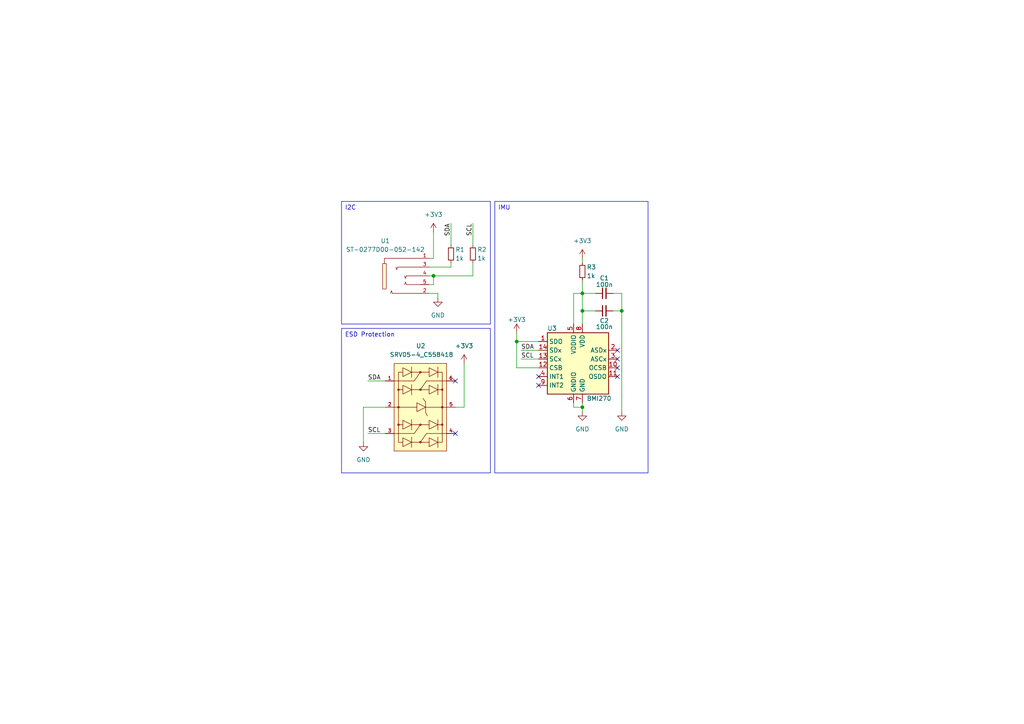
<source format=kicad_sch>
(kicad_sch (version 20230121) (generator eeschema)
  (paper "A4")
  (lib_symbols
    (symbol "CosmicLSM_Symbols:BMI270"
      (property "Reference" "U" (at -10.16 8.89 0))
      (property "Value" "BMI270" (at 7.62 8.89 0))
      (symbol "BMI270_1_1"
        (rectangle (start -10.16 7.62) (end 7.62 -10.16) (stroke (width 0.254)) (fill (type background)))
        (pin input line (at -12.7 5.08 0) (length 2.54) (name "SDO") (number "1"))
        (pin bidirectional line (at 10.16 -2.54 180) (length 2.54) (name "OCSB") (number "10"))
        (pin bidirectional line (at 10.16 -5.08 180) (length 2.54) (name "OSDO") (number "11"))
        (pin input line (at -12.7 -2.54 0) (length 2.54) (name "CSB") (number "12"))
        (pin input line (at -12.7 0 0) (length 2.54) (name "SCx") (number "13"))
        (pin bidirectional line (at -12.7 2.54 0) (length 2.54) (name "SDx") (number "14"))
        (pin bidirectional line (at 10.16 2.54 180) (length 2.54) (name "ASDx") (number "2"))
        (pin output line (at 10.16 0 180) (length 2.54) (name "ASCx") (number "3"))
        (pin bidirectional line (at -12.7 -5.08 0) (length 2.54) (name "INT1") (number "4"))
        (pin power_in line (at -2.54 10.16 270) (length 2.54) (name "VDDIO") (number "5"))
        (pin power_in line (at -2.54 -12.7 90) (length 2.54) (name "GNDIO") (number "6"))
        (pin power_in line (at 0 -12.7 90) (length 2.54) (name "GND") (number "7"))
        (pin power_in line (at 0 10.16 270) (length 2.54) (name "VDD") (number "8"))
        (pin bidirectional line (at -12.7 -7.62 0) (length 2.54) (name "INT2") (number "9"))
      )
    )
    (symbol "CosmicLSM_Symbols:C_Small" (pin_numbers hide) (pin_names (offset 0.254) hide)
      (property "Reference" "C" (at 0.254 1.778 0))
      (property "Value" "C_Small" (at 0.254 -2.032 0))
      (symbol "C_Small_0_1"
        (polyline (pts (xy -1.524 -0.508) (xy 1.524 -0.508)) (stroke (width 0.3302)))
        (polyline (pts (xy -1.524 0.508) (xy 1.524 0.508)) (stroke (width 0.3048)))
      )
      (symbol "C_Small_1_1"
        (pin passive line (at 0 2.54 270) (length 2.032) (name "~") (number "1"))
        (pin passive line (at 0 -2.54 90) (length 2.032) (name "~") (number "2"))
      )
    )
    (symbol "CosmicLSM_Symbols:R_Small" (pin_numbers hide) (pin_names (offset 0.254) hide)
      (property "Reference" "R" (at 0.762 0.508 0))
      (property "Value" "R_Small" (at 0.762 -1.016 0))
      (symbol "R_Small_0_1"
        (rectangle (start -0.762 1.778) (end 0.762 -1.778) (stroke (width 0.2032)))
      )
      (symbol "R_Small_1_1"
        (pin passive line (at 0 2.54 270) (length 0.762) (name "~") (number "1"))
        (pin passive line (at 0 -2.54 90) (length 0.762) (name "~") (number "2"))
      )
    )
    (symbol "SRV05-4_C558418:SRV05-4_C558418" (pin_names hide)
      (property "Reference" "U" (at 0 1.27 0))
      (property "Value" "SRV05-4_C558418" (at 0 -2.54 0))
      (symbol "SRV05-4_C558418_0_1"
        (rectangle (start -12.7 7.62) (end 12.7 -7.62) (fill (type background)))
        (circle (center -10.16 0) (radius 0.254) (fill (type background)))
        (circle (center -5.08 -6.35) (radius 0.254) (fill (type background)))
        (circle (center -5.08 0) (radius 0.254) (fill (type background)))
        (circle (center -5.08 6.35) (radius 0.254) (fill (type background)))
        (circle (center 0 -6.35) (radius 0.254) (fill (type background)))
        (polyline (pts (xy -11.684 -2.54) (xy -8.636 -2.54)))
        (polyline (pts (xy -11.684 5.08) (xy -8.636 5.08)))
        (polyline (pts (xy -10.16 2.54) (xy -10.16 -2.54)))
        (polyline (pts (xy -6.604 -2.54) (xy -3.556 -2.54)))
        (polyline (pts (xy -6.604 5.08) (xy -3.556 5.08)))
        (polyline (pts (xy -5.08 -5.08) (xy -5.08 -6.35)))
        (polyline (pts (xy -5.08 2.54) (xy -5.08 -2.54)))
        (polyline (pts (xy -5.08 5.08) (xy -5.08 6.35)))
        (polyline (pts (xy 0 -6.35) (xy 0 -7.62)))
        (polyline (pts (xy 0 -1.016) (xy 0 -6.35)))
        (polyline (pts (xy 0 1.524) (xy 0 6.35)))
        (polyline (pts (xy 0 7.62) (xy 0 6.35)))
        (polyline (pts (xy 3.556 -2.54) (xy 6.604 -2.54)))
        (polyline (pts (xy 3.556 5.08) (xy 6.604 5.08)))
        (polyline (pts (xy 5.08 -5.08) (xy 5.08 -6.35)))
        (polyline (pts (xy 5.08 2.54) (xy 5.08 -2.54)))
        (polyline (pts (xy 5.08 5.08) (xy 5.08 6.35)))
        (polyline (pts (xy 8.636 -2.54) (xy 11.684 -2.54)))
        (polyline (pts (xy 8.636 5.08) (xy 11.684 5.08)))
        (polyline (pts (xy 10.16 2.54) (xy 10.16 -2.54)))
        (polyline (pts (xy -10.16 0) (xy -7.62 -1.778) (xy -7.62 -7.62)))
        (polyline (pts (xy -5.08 0) (xy -7.62 1.778) (xy -7.62 7.62)))
        (polyline (pts (xy 5.08 0) (xy 7.62 -1.778) (xy 7.62 -7.62)))
        (polyline (pts (xy 10.16 0) (xy 7.62 1.778) (xy 7.62 7.62)))
        (polyline (pts (xy -11.43 -5.08) (xy -10.16 -2.54) (xy -8.89 -5.08) (xy -11.43 -5.08)) (fill (type background)))
        (polyline (pts (xy -11.43 2.54) (xy -10.16 5.08) (xy -8.89 2.54) (xy -11.43 2.54)) (fill (type background)))
        (polyline (pts (xy -10.16 5.08) (xy -10.16 6.35) (xy 10.16 6.35) (xy 10.16 5.08)))
        (polyline (pts (xy -6.35 -5.08) (xy -5.08 -2.54) (xy -3.81 -5.08) (xy -6.35 -5.08)) (fill (type background)))
        (polyline (pts (xy -6.35 2.54) (xy -5.08 5.08) (xy -3.81 2.54) (xy -6.35 2.54)) (fill (type background)))
        (polyline (pts (xy -2.54 0.762) (xy -1.524 1.524) (xy 1.524 1.524) (xy 2.54 2.032)))
        (polyline (pts (xy -1.27 -1.016) (xy 0 1.524) (xy 1.27 -1.016) (xy -1.27 -1.016)) (fill (type background)))
        (polyline (pts (xy 3.81 -5.08) (xy 5.08 -2.54) (xy 6.35 -5.08) (xy 3.81 -5.08)) (fill (type background)))
        (polyline (pts (xy 3.81 2.54) (xy 5.08 5.08) (xy 6.35 2.54) (xy 3.81 2.54)) (fill (type background)))
        (polyline (pts (xy 8.89 -5.08) (xy 10.16 -2.54) (xy 11.43 -5.08) (xy 8.89 -5.08)) (fill (type background)))
        (polyline (pts (xy 8.89 2.54) (xy 10.16 5.08) (xy 11.43 2.54) (xy 8.89 2.54)) (fill (type background)))
        (polyline (pts (xy 10.16 -5.08) (xy 10.16 -6.35) (xy -10.16 -6.35) (xy -10.16 -5.08)))
        (circle (center 0 6.35) (radius 0.254) (fill (type background)))
        (circle (center 5.08 -6.35) (radius 0.254) (fill (type background)))
        (circle (center 5.08 0) (radius 0.254) (fill (type background)))
        (circle (center 5.08 6.35) (radius 0.254) (fill (type background)))
        (circle (center 10.16 0) (radius 0.254) (fill (type background)))
        (pin unspecified line (at -7.62 -10.16 90) (length 2.54) (name "1") (number "1"))
        (pin unspecified line (at 0 -10.16 90) (length 2.54) (name "2") (number "2"))
        (pin unspecified line (at 7.62 -10.16 90) (length 2.54) (name "3") (number "3"))
        (pin unspecified line (at 7.62 10.16 270) (length 2.54) (name "4") (number "4"))
        (pin unspecified line (at 0 10.16 270) (length 2.54) (name "5") (number "5"))
        (pin unspecified line (at -7.62 10.16 270) (length 2.54) (name "6") (number "6"))
      )
    )
    (symbol "ST-0277D00-052-142:ST-0277D00-052-142" (pin_names hide)
      (property "Reference" "U" (at 0 1.27 0))
      (property "Value" "ST-0277D00-052-142" (at 0 -2.54 0))
      (symbol "ST-0277D00-052-142_0_1"
        (rectangle (start -5.842 3.556) (end -4.826 -3.81) (fill (type background)))
        (polyline (pts (xy 5.08 -5.08) (xy -3.048 -5.08) (xy -3.302 -4.318) (xy -3.556 -5.08)))
        (polyline (pts (xy 5.08 0) (xy 1.016 0) (xy 0.762 -0.762) (xy 0.508 0)))
        (polyline (pts (xy 5.08 2.54) (xy -1.524 2.54) (xy -1.778 1.778) (xy -2.032 2.54)))
        (polyline (pts (xy 5.08 5.08) (xy -5.08 5.08) (xy -5.334 5.08) (xy -5.334 3.556)))
        (polyline (pts (xy 7.62 -2.54) (xy 1.016 -2.54) (xy 0.762 -1.778) (xy 0.508 -2.54)))
        (pin unspecified line (at 7.62 5.08 180) (length 2.54) (name "1") (number "1"))
        (pin unspecified line (at 7.62 -5.08 180) (length 2.54) (name "2") (number "2"))
        (pin unspecified line (at 7.62 2.54 180) (length 2.54) (name "3") (number "3"))
        (pin unspecified line (at 7.62 0 180) (length 2.54) (name "4") (number "4"))
        (pin unspecified line (at 7.62 -2.54 180) (length 2.54) (name "5") (number "5"))
      )
    )
    (symbol "power:+3V3" (power) (pin_names (offset 0))
      (property "Value" "+3V3" (at 0 3.556 0))
      (symbol "+3V3_0_1"
        (polyline (pts (xy -0.762 1.27) (xy 0 2.54)))
        (polyline (pts (xy 0 0) (xy 0 2.54)))
        (polyline (pts (xy 0 2.54) (xy 0.762 1.27)))
      )
      (symbol "+3V3_1_1"
        (pin power_in line (at 0 0 90) (length 0) hide (name "+3V3") (number "1"))
      )
    )
    (symbol "power:GND" (power) (pin_names (offset 0))
      (property "Value" "GND" (at 0 -3.81 0))
      (symbol "GND_0_1"
        (polyline (pts (xy 0 0) (xy 0 -1.27) (xy 1.27 -1.27) (xy 0 -2.54) (xy -1.27 -1.27) (xy 0 -1.27)))
      )
      (symbol "GND_1_1"
        (pin power_in line (at 0 0 270) (length 0) hide (name "GND") (number "1"))
      )
    )
  )
  (junction (at 125.73 80.01))
  (junction (at 149.86 99.06))
  (junction (at 168.91 118.11))
  (junction (at 168.91 90.17))
  (junction (at 168.91 85.09))
  (junction (at 180.34 90.17))
  (no_connect (at 179.07 101.6))
  (no_connect (at 179.07 106.68))
  (no_connect (at 132.08 110.49))
  (no_connect (at 179.07 109.22))
  (no_connect (at 132.08 125.73))
  (no_connect (at 156.21 111.76))
  (no_connect (at 156.21 109.22))
  (no_connect (at 179.07 104.14))
  (wire (pts (xy 124.46 77.47) (xy 130.81 77.47)))
  (wire (pts (xy 151.13 101.6) (xy 156.21 101.6)))
  (wire (pts (xy 127 86.36) (xy 127 85.09)))
  (wire (pts (xy 168.91 118.11) (xy 168.91 119.38)))
  (wire (pts (xy 168.91 81.28) (xy 168.91 85.09)))
  (wire (pts (xy 125.73 80.01) (xy 124.46 80.01)))
  (wire (pts (xy 125.73 80.01) (xy 137.16 80.01)))
  (wire (pts (xy 134.62 105.41) (xy 134.62 118.11)))
  (wire (pts (xy 180.34 85.09) (xy 177.8 85.09)))
  (wire (pts (xy 168.91 90.17) (xy 168.91 93.98)))
  (wire (pts (xy 168.91 90.17) (xy 172.72 90.17)))
  (wire (pts (xy 156.21 106.68) (xy 149.86 106.68)))
  (wire (pts (xy 166.37 85.09) (xy 166.37 93.98)))
  (wire (pts (xy 125.73 74.93) (xy 124.46 74.93)))
  (wire (pts (xy 134.62 118.11) (xy 132.08 118.11)))
  (wire (pts (xy 168.91 118.11) (xy 168.91 116.84)))
  (wire (pts (xy 125.73 82.55) (xy 124.46 82.55)))
  (wire (pts (xy 166.37 118.11) (xy 168.91 118.11)))
  (wire (pts (xy 125.73 80.01) (xy 125.73 82.55)))
  (wire (pts (xy 149.86 99.06) (xy 156.21 99.06)))
  (wire (pts (xy 106.68 110.49) (xy 111.76 110.49)))
  (wire (pts (xy 166.37 118.11) (xy 166.37 116.84)))
  (wire (pts (xy 180.34 90.17) (xy 177.8 90.17)))
  (wire (pts (xy 130.81 76.2) (xy 130.81 77.47)))
  (wire (pts (xy 149.86 96.52) (xy 149.86 99.06)))
  (wire (pts (xy 168.91 74.93) (xy 168.91 76.2)))
  (wire (pts (xy 105.41 118.11) (xy 111.76 118.11)))
  (wire (pts (xy 180.34 90.17) (xy 180.34 119.38)))
  (wire (pts (xy 166.37 85.09) (xy 168.91 85.09)))
  (wire (pts (xy 130.81 64.77) (xy 130.81 71.12)))
  (wire (pts (xy 125.73 67.31) (xy 125.73 74.93)))
  (wire (pts (xy 180.34 85.09) (xy 180.34 90.17)))
  (wire (pts (xy 168.91 85.09) (xy 168.91 90.17)))
  (wire (pts (xy 105.41 128.27) (xy 105.41 118.11)))
  (wire (pts (xy 151.13 104.14) (xy 156.21 104.14)))
  (wire (pts (xy 137.16 76.2) (xy 137.16 80.01)))
  (wire (pts (xy 106.68 125.73) (xy 111.76 125.73)))
  (wire (pts (xy 137.16 64.77) (xy 137.16 71.12)))
  (wire (pts (xy 127 85.09) (xy 124.46 85.09)))
  (wire (pts (xy 172.72 85.09) (xy 168.91 85.09)))
  (wire (pts (xy 149.86 99.06) (xy 149.86 106.68)))
  (text_box "ESD Protection" (at 99.06 95.25 0) (size 43.18 41.91) (effects (font (size 1.27 1.27)) (justify left top)))
  (text_box "I2C" (at 99.06 58.42 0) (size 43.18 35.56) (effects (font (size 1.27 1.27)) (justify left top)))
  (text_box "IMU" (at 143.51 58.42 0) (size 44.45 78.74) (effects (font (size 1.27 1.27)) (justify left top)))
  (label "SDA" (at 106.68 110.49 0))
  (label "SCL" (at 137.16 64.77 270))
  (label "SCL" (at 106.68 125.73 0))
  (label "SDA" (at 151.13 101.6 0))
  (label "SDA" (at 130.81 64.77 270))
  (label "SCL" (at 151.13 104.14 0))
  (symbol (lib_id "CosmicLSM_Symbols:R_Small") (at 168.91 78.74 0) (unit 1)
    (property "Reference" "R3" (at 170.18 77.47 0) (effects (justify left)))
    (property "Value" "1k" (at 170.18 80.01 0) (effects (justify left)))
    (property "Footprint" "Resistor_SMD:R_0603_1608Metric" (effects hide))
  )
  (symbol (lib_id "SRV05-4_C558418:SRV05-4_C558418") (at 121.92 118.11 270) (unit 1)
    (property "Reference" "U2" (at 120.65 100.33 90) (effects (justify left)))
    (property "Value" "SRV05-4_C558418" (at 113.03 102.87 90) (effects (justify left)))
    (property "Footprint" "SOT-23-6_L2.9-W1.6-P0.95-LS2.8-BL:SOT-23-6_L2.9-W1.6-P0.95-LS2.8-BL" (effects hide))
    (property "Datasheet" "https://item.szlcsc.com/169042.html" (effects hide))
    (property "LCSC" "C558418" (effects hide))
  )
  (symbol (lib_id "power:GND") (at 168.91 119.38 0) (unit 1)
    (property "Reference" "#PWR07" (effects hide))
    (property "Value" "GND" (at 168.91 124.46 0))
  )
  (symbol (lib_id "CosmicLSM_Symbols:C_Small") (at 175.26 90.17 90) (unit 1)
    (property "Reference" "C2" (at 176.614 93.0292 90) (effects (justify left)))
    (property "Value" "100n" (at 177.7902 94.7935 90) (effects (justify left)))
    (property "Footprint" "Capacitor_SMD:C_0603_1608Metric" (effects hide))
  )
  (symbol (lib_id "power:GND") (at 127 86.36 0) (unit 1)
    (property "Reference" "#PWR03" (effects hide))
    (property "Value" "GND" (at 127 91.44 0))
  )
  (symbol (lib_id "power:+3V3") (at 134.62 105.41 0) (unit 1)
    (property "Reference" "#PWR04" (effects hide))
    (property "Value" "+3V3" (at 134.62 100.33 0))
  )
  (symbol (lib_id "power:GND") (at 180.34 119.38 0) (unit 1)
    (property "Reference" "#PWR08" (effects hide))
    (property "Value" "GND" (at 180.34 124.46 0))
  )
  (symbol (lib_id "CosmicLSM_Symbols:C_Small") (at 175.26 85.09 90) (unit 1)
    (property "Reference" "C1" (at 176.6182 80.6693 90) (effects (justify left)))
    (property "Value" "100n" (at 177.8 82.55 90) (effects (justify left)))
    (property "Footprint" "Capacitor_SMD:C_0603_1608Metric" (effects hide))
  )
  (symbol (lib_id "CosmicLSM_Symbols:BMI270") (at 168.91 104.14 0) (unit 1)
    (property "Reference" "U3" (at 158.75 95.25 0) (effects (justify left)))
    (property "Value" "BMI270" (at 170.18 115.57 0) (effects (justify left)))
    (property "Footprint" "Package_LGA:Bosch_LGA-14_3x2.5mm_P0.5mm" (effects hide))
    (property "Datasheet" "https://www.bosch-sensortec.com/media/boschsensortec/downloads/datasheets/bst-bmi160-ds000.pdf" (effects hide))
  )
  (symbol (lib_id "ST-0277D00-052-142:ST-0277D00-052-142") (at 116.84 80.01 0) (unit 1)
    (property "Reference" "U1" (at 111.76 69.85 0))
    (property "Value" "ST-0277D00-052-142" (at 111.76 72.39 0))
    (property "Footprint" "AUDIO-TH_ST-0277D00-052-142:AUDIO-TH_ST-0277D00-052-142" (effects hide))
    (property "Datasheet" "https://atta.szlcsc.com/upload/public/pdf/source/20210607/C2837093_134E5EEC9FBC55D9B4DB711D58728EAE.pdf" (effects hide))
    (property "LCSC" "C2837093" (effects hide))
  )
  (symbol (lib_id "power:GND") (at 105.41 128.27 0) (unit 1)
    (property "Reference" "#PWR01" (effects hide))
    (property "Value" "GND" (at 105.41 133.35 0))
  )
  (symbol (lib_id "CosmicLSM_Symbols:R_Small") (at 130.81 73.66 0) (unit 1)
    (property "Reference" "R1" (at 132.08 72.39 0) (effects (justify left)))
    (property "Value" "1k" (at 132.08 74.93 0) (effects (justify left)))
    (property "Footprint" "Resistor_SMD:R_0603_1608Metric" (effects hide))
  )
  (symbol (lib_id "power:+3V3") (at 168.91 74.93 0) (unit 1)
    (property "Reference" "#PWR06" (effects hide))
    (property "Value" "+3V3" (at 168.91 69.85 0))
  )
  (symbol (lib_id "power:+3V3") (at 149.86 96.52 0) (unit 1)
    (property "Reference" "#PWR05" (effects hide))
    (property "Value" "+3V3" (at 149.86 92.71 0))
  )
  (symbol (lib_id "CosmicLSM_Symbols:R_Small") (at 137.16 73.66 0) (unit 1)
    (property "Reference" "R2" (at 138.43 72.39 0) (effects (justify left)))
    (property "Value" "1k" (at 138.43 74.93 0) (effects (justify left)))
    (property "Footprint" "Resistor_SMD:R_0603_1608Metric" (effects hide))
  )
  (symbol (lib_id "power:+3V3") (at 125.73 67.31 0) (unit 1)
    (property "Reference" "#PWR02" (effects hide))
    (property "Value" "+3V3" (at 125.73 62.23 0))
  )
)
</source>
